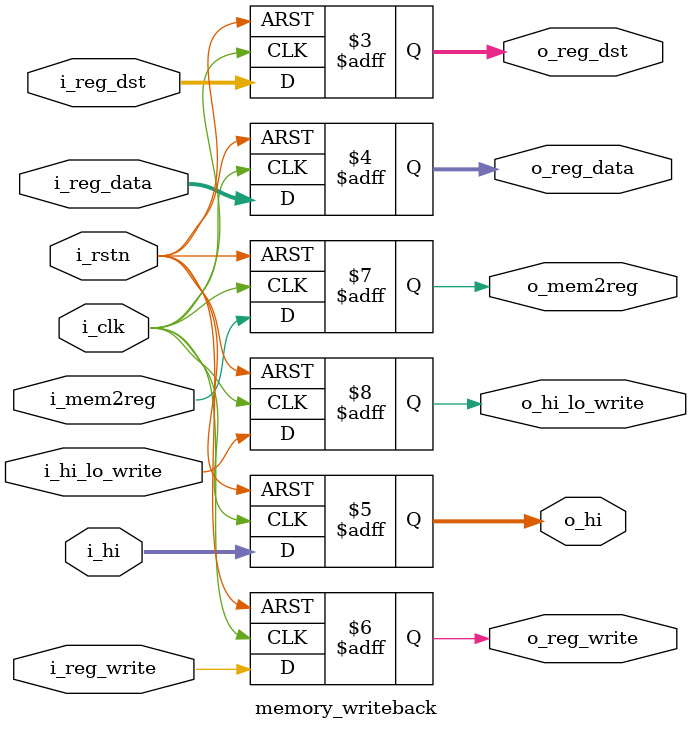
<source format=v>
`timescale 1ns / 1ps


module memory_writeback(
	i_clk,
	i_rstn,
	i_reg_dst,
	i_reg_data,
	i_reg_write,
	i_mem2reg,
	// i_interface_read,
	// i_data_width,
	// i_unsign,
	// i_load_addr,
	i_hi,
	// i_lo,
	i_hi_lo_write,
	o_reg_dst,
	o_reg_data,
	o_reg_write,
	o_mem2reg,
	o_hi,
	// o_lo,
	o_hi_lo_write
	);
	
	input	i_clk;
	input	i_rstn;
	
	// input	[ 1:0] i_data_width;
	// input	[ 1:0] i_load_addr;
	input	[ 4:0] i_reg_dst;
	input	[31:0] i_reg_data;
	input	[31:0] i_hi;
	// input	[31:0] i_lo;

	// input	i_unsign;
	input	i_reg_write;
	input	i_mem2reg;
	// input	i_interface_read;
	input	i_hi_lo_write;
	
	output	reg	[ 4:0] o_reg_dst;
	output	reg	[31:0] o_reg_data;
	output	reg	[31:0] o_hi;
	// output	reg [31:0] o_lo;

	output	reg	o_reg_write;
	output	reg o_mem2reg;
	output	reg o_hi_lo_write;

	reg		[31:0] reg_data;
	reg		[ 1:0] data_width;
	reg		[ 1:0] addr;
	// reg		unsign;
	// reg		interface_read;

	// assign o_reg_data = reg_data;

	// assign o_reg_data = i_mem2reg ? load_word_data : reg_data;
	///////////////////////////////////////////////////////////
	// ½«´æ´¢Æ÷È¡ÊýÑ¡ÔñÉèÖÃÔÚÕâÒ»¼¶ ¼õÇáMEM ºÍ IDÁ½¼¶µÄ¸ººÉ
	// !!!!!!!!!!!!!!!!!Êý¾ÝÏà¹ØÊ±ÓÐÎÊÌâ!!!!!!!!!!!!!!!!!!!!!!!
	///////////////////////////////////////////////////////////
	// wire	sign_ext_byte0;
	// wire	sign_ext_byte1;
	// wire	sign_ext_byte2;
	// wire	sign_ext_byte3;
	// wire	sign_ext_half0;
	// wire	sign_ext_half1;
	
	// wire	[31:0] load_byte_data, load_half_data, load_word_data;
	
	// // È¡ÊýÊý¾ÝÀ©Õ¹Ìî³äÊý¾Ý
	// assign	sign_ext_byte0 = unsign ? 1'b0 : reg_data[ 7];
	// assign	sign_ext_byte1 = unsign ? 1'b0 : reg_data[15];
	// assign	sign_ext_byte2 = unsign ? 1'b0 : reg_data[23];
	// assign	sign_ext_byte3 = unsign ? 1'b0 : reg_data[31];
	
	// assign	sign_ext_half0 = unsign ? 1'b0 : reg_data[15];
	// assign	sign_ext_half1 = unsign ? 1'b0 : reg_data[31];
 
	// // È¡Êý×Ö½ÚÊý¾Ý
	// mux4in1 LOAD_BYTE_DATA_OP(
	// 	.i_data0({{24{sign_ext_byte0}}, reg_data[ 7:0 ]}),
	// 	.i_data1({{24{sign_ext_byte1}}, reg_data[15:8 ]}),
	// 	.i_data2({{24{sign_ext_byte2}}, reg_data[23:16]}),
	// 	.i_data3({{24{sign_ext_byte3}}, reg_data[31:24]}),
	// 	.i_ctrl(addr[1:0]),
	// 	.o_data(load_byte_data)
	// 	);
	
	// // È¡Êý°ë×ÖÊý¾Ý
	// // ¿¼ÂÇÁË½Ó¿ÚÈ¡°ë×ÖµÄÇé¿ö
	// mux4in1 LOAD_HALF_DATA_OP(
	// 	.i_data0({{16{sign_ext_half0}}, reg_data[15:0 ]}),
	// 	.i_data1({{16{sign_ext_half1}}, reg_data[31:16]}),
	// 	.i_data2({{16{sign_ext_half0}}, reg_data[15:0 ]}),
	// 	.i_data3({{16{sign_ext_half0}}, reg_data[15:0 ]}),
	// 	.i_ctrl({interface_read, addr[1]}),
	// 	.o_data(load_half_data)
	// 	);
	
	// // ¸ù¾ÝÊý¾Ý¿í¶ÈÑ¡ÔñºÏÊÊµÄÈ¡ÊýÊý¾Ý
	// // [00] ×Ö½Ú [01]°ë×Ö [10]×Ö
	// mux4in1 LOAD_DATA_OP(
	// 	.i_data0(load_byte_data),
	// 	.i_data1(load_half_data),
	// 	.i_data2(reg_data),
	// 	.i_data3(reg_data),
	// 	.i_ctrl(data_width),
	// 	.o_data(load_word_data)
	// 	);

	always @(posedge i_clk or negedge i_rstn) begin
		if (~i_rstn) begin
			// reset
			o_reg_dst	<= 0;
			o_reg_data	<= 0;
			// data_width	<= 0;
			// unsign		<= 0;
			// addr		<= 0;

			o_reg_write	<= 0;
			o_mem2reg	<= 0;
			
			o_hi		<= 0;
			// o_lo		<= 0;
			o_hi_lo_write	<= 0;
			// interface_read	<= 0;
		end
		else begin
			o_reg_dst	<= i_reg_dst;
			o_reg_data	<= i_reg_data;
			// data_width	<= i_data_width;
			// unsign		<= i_unsign;
			// addr		<= i_load_addr;

			o_reg_write	<= i_reg_write;
			o_mem2reg	<= i_mem2reg;

			o_hi		<= i_hi;
			// o_lo		<= i_lo;
			o_hi_lo_write	<= i_hi_lo_write;
			// interface_read	<= i_interface_read;
		end
	end
	
endmodule

</source>
